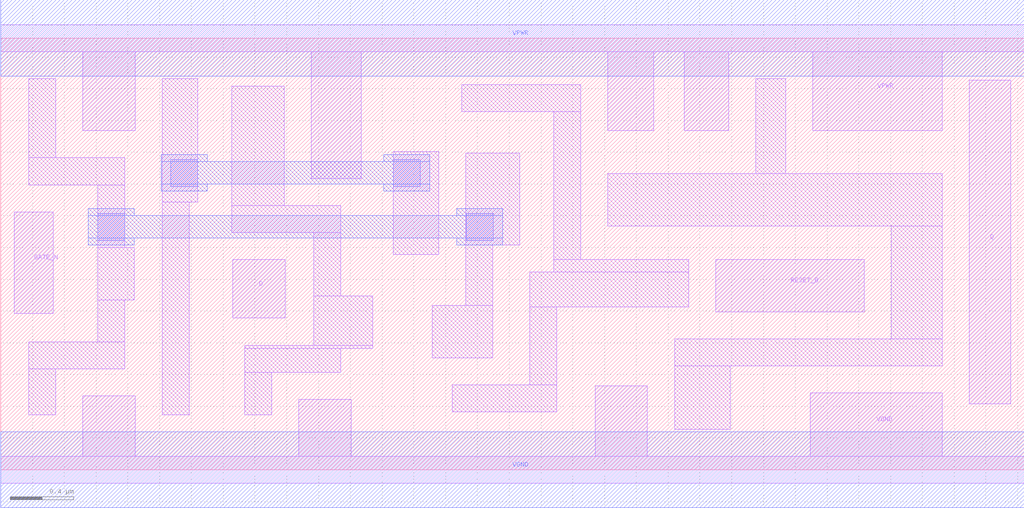
<source format=lef>
# Copyright 2020 The SkyWater PDK Authors
#
# Licensed under the Apache License, Version 2.0 (the "License");
# you may not use this file except in compliance with the License.
# You may obtain a copy of the License at
#
#     https://www.apache.org/licenses/LICENSE-2.0
#
# Unless required by applicable law or agreed to in writing, software
# distributed under the License is distributed on an "AS IS" BASIS,
# WITHOUT WARRANTIES OR CONDITIONS OF ANY KIND, either express or implied.
# See the License for the specific language governing permissions and
# limitations under the License.
#
# SPDX-License-Identifier: Apache-2.0

VERSION 5.5 ;
NAMESCASESENSITIVE ON ;
BUSBITCHARS "[]" ;
DIVIDERCHAR "/" ;
MACRO sky130_fd_sc_hd__dlrtn_1
  CLASS CORE ;
  SOURCE USER ;
  ORIGIN  0.000000  0.000000 ;
  SIZE  6.440000 BY  2.720000 ;
  SYMMETRY X Y R90 ;
  SITE unithd ;
  PIN D
    ANTENNAGATEAREA  0.159000 ;
    DIRECTION INPUT ;
    USE SIGNAL ;
    PORT
      LAYER li1 ;
        RECT 1.460000 0.955000 1.790000 1.325000 ;
    END
  END D
  PIN Q
    ANTENNADIFFAREA  0.429000 ;
    DIRECTION OUTPUT ;
    USE SIGNAL ;
    PORT
      LAYER li1 ;
        RECT 6.095000 0.415000 6.355000 2.455000 ;
    END
  END Q
  PIN RESET_B
    ANTENNAGATEAREA  0.247500 ;
    DIRECTION INPUT ;
    USE SIGNAL ;
    PORT
      LAYER li1 ;
        RECT 4.500000 0.995000 5.435000 1.325000 ;
    END
  END RESET_B
  PIN GATE_N
    ANTENNAGATEAREA  0.159000 ;
    DIRECTION INPUT ;
    USE CLOCK ;
    PORT
      LAYER li1 ;
        RECT 0.085000 0.985000 0.330000 1.625000 ;
    END
  END GATE_N
  PIN VGND
    DIRECTION INOUT ;
    SHAPE ABUTMENT ;
    USE GROUND ;
    PORT
      LAYER li1 ;
        RECT 0.000000 -0.085000 6.440000 0.085000 ;
        RECT 0.515000  0.085000 0.845000 0.465000 ;
        RECT 1.875000  0.085000 2.205000 0.445000 ;
        RECT 3.740000  0.085000 4.070000 0.530000 ;
        RECT 5.095000  0.085000 5.925000 0.485000 ;
    END
    PORT
      LAYER met1 ;
        RECT 0.000000 -0.240000 6.440000 0.240000 ;
    END
  END VGND
  PIN VNB
    DIRECTION INOUT ;
    USE GROUND ;
    PORT
    END
  END VNB
  PIN VPB
    DIRECTION INOUT ;
    USE POWER ;
    PORT
    END
  END VPB
  PIN VPWR
    DIRECTION INOUT ;
    SHAPE ABUTMENT ;
    USE POWER ;
    PORT
      LAYER li1 ;
        RECT 0.000000 2.635000 6.440000 2.805000 ;
        RECT 0.515000 2.135000 0.845000 2.635000 ;
        RECT 1.955000 1.835000 2.270000 2.635000 ;
        RECT 3.820000 2.135000 4.110000 2.635000 ;
        RECT 4.300000 2.135000 4.580000 2.635000 ;
        RECT 5.110000 2.135000 5.925000 2.635000 ;
    END
    PORT
      LAYER met1 ;
        RECT 0.000000 2.480000 6.440000 2.960000 ;
    END
  END VPWR
  OBS
    LAYER li1 ;
      RECT 0.175000 0.345000 0.345000 0.635000 ;
      RECT 0.175000 0.635000 0.780000 0.805000 ;
      RECT 0.175000 1.795000 0.780000 1.965000 ;
      RECT 0.175000 1.965000 0.345000 2.465000 ;
      RECT 0.610000 0.805000 0.780000 1.070000 ;
      RECT 0.610000 1.070000 0.840000 1.400000 ;
      RECT 0.610000 1.400000 0.780000 1.795000 ;
      RECT 1.015000 0.345000 1.185000 1.685000 ;
      RECT 1.015000 1.685000 1.240000 2.465000 ;
      RECT 1.455000 1.495000 2.140000 1.665000 ;
      RECT 1.455000 1.665000 1.785000 2.415000 ;
      RECT 1.535000 0.345000 1.705000 0.615000 ;
      RECT 1.535000 0.615000 2.140000 0.765000 ;
      RECT 1.535000 0.765000 2.340000 0.785000 ;
      RECT 1.970000 0.785000 2.340000 1.095000 ;
      RECT 1.970000 1.095000 2.140000 1.495000 ;
      RECT 2.470000 1.355000 2.755000 2.005000 ;
      RECT 2.715000 0.705000 3.095000 1.035000 ;
      RECT 2.840000 0.365000 3.500000 0.535000 ;
      RECT 2.900000 2.255000 3.650000 2.425000 ;
      RECT 2.925000 1.035000 3.095000 1.415000 ;
      RECT 2.925000 1.415000 3.265000 1.995000 ;
      RECT 3.330000 0.535000 3.500000 1.025000 ;
      RECT 3.330000 1.025000 4.330000 1.245000 ;
      RECT 3.480000 1.245000 4.330000 1.325000 ;
      RECT 3.480000 1.325000 3.650000 2.255000 ;
      RECT 3.820000 1.535000 5.925000 1.865000 ;
      RECT 4.240000 0.255000 4.590000 0.655000 ;
      RECT 4.240000 0.655000 5.925000 0.825000 ;
      RECT 4.750000 1.865000 4.940000 2.465000 ;
      RECT 5.605000 0.825000 5.925000 1.535000 ;
    LAYER mcon ;
      RECT 0.610000 1.445000 0.780000 1.615000 ;
      RECT 1.070000 1.785000 1.240000 1.955000 ;
      RECT 2.470000 1.785000 2.640000 1.955000 ;
      RECT 2.930000 1.445000 3.100000 1.615000 ;
    LAYER met1 ;
      RECT 0.550000 1.415000 0.840000 1.460000 ;
      RECT 0.550000 1.460000 3.160000 1.600000 ;
      RECT 0.550000 1.600000 0.840000 1.645000 ;
      RECT 1.010000 1.755000 1.300000 1.800000 ;
      RECT 1.010000 1.800000 2.700000 1.940000 ;
      RECT 1.010000 1.940000 1.300000 1.985000 ;
      RECT 2.410000 1.755000 2.700000 1.800000 ;
      RECT 2.410000 1.940000 2.700000 1.985000 ;
      RECT 2.870000 1.415000 3.160000 1.460000 ;
      RECT 2.870000 1.600000 3.160000 1.645000 ;
  END
END sky130_fd_sc_hd__dlrtn_1
END LIBRARY

</source>
